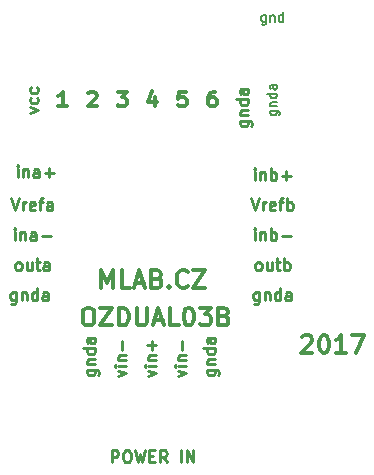
<source format=gbr>
G04 #@! TF.GenerationSoftware,KiCad,Pcbnew,(2017-02-05 revision 431abcf)-makepkg*
G04 #@! TF.CreationDate,2017-05-10T12:01:26+02:00*
G04 #@! TF.ProjectId,OZDUAL03B,4F5A4455414C3033422E6B696361645F,rev?*
G04 #@! TF.FileFunction,Legend,Top*
G04 #@! TF.FilePolarity,Positive*
%FSLAX46Y46*%
G04 Gerber Fmt 4.6, Leading zero omitted, Abs format (unit mm)*
G04 Created by KiCad (PCBNEW (2017-02-05 revision 431abcf)-makepkg) date 05/10/17 12:01:26*
%MOMM*%
%LPD*%
G01*
G04 APERTURE LIST*
%ADD10C,0.100000*%
%ADD11C,0.300000*%
%ADD12C,0.250000*%
%ADD13C,0.175000*%
G04 APERTURE END LIST*
D10*
D11*
X159988571Y-108541428D02*
X160060000Y-108470000D01*
X160202857Y-108398571D01*
X160560000Y-108398571D01*
X160702857Y-108470000D01*
X160774285Y-108541428D01*
X160845714Y-108684285D01*
X160845714Y-108827142D01*
X160774285Y-109041428D01*
X159917142Y-109898571D01*
X160845714Y-109898571D01*
X161774285Y-108398571D02*
X161917142Y-108398571D01*
X162060000Y-108470000D01*
X162131428Y-108541428D01*
X162202857Y-108684285D01*
X162274285Y-108970000D01*
X162274285Y-109327142D01*
X162202857Y-109612857D01*
X162131428Y-109755714D01*
X162060000Y-109827142D01*
X161917142Y-109898571D01*
X161774285Y-109898571D01*
X161631428Y-109827142D01*
X161560000Y-109755714D01*
X161488571Y-109612857D01*
X161417142Y-109327142D01*
X161417142Y-108970000D01*
X161488571Y-108684285D01*
X161560000Y-108541428D01*
X161631428Y-108470000D01*
X161774285Y-108398571D01*
X163702857Y-109898571D02*
X162845714Y-109898571D01*
X163274285Y-109898571D02*
X163274285Y-108398571D01*
X163131428Y-108612857D01*
X162988571Y-108755714D01*
X162845714Y-108827142D01*
X164202857Y-108398571D02*
X165202857Y-108398571D01*
X164560000Y-109898571D01*
X140042857Y-89012857D02*
X139357142Y-89012857D01*
X139700000Y-89012857D02*
X139700000Y-87812857D01*
X139585714Y-87984285D01*
X139471428Y-88098571D01*
X139357142Y-88155714D01*
X142998571Y-104388571D02*
X142998571Y-102888571D01*
X143498571Y-103960000D01*
X143998571Y-102888571D01*
X143998571Y-104388571D01*
X145427142Y-104388571D02*
X144712857Y-104388571D01*
X144712857Y-102888571D01*
X145855714Y-103960000D02*
X146570000Y-103960000D01*
X145712857Y-104388571D02*
X146212857Y-102888571D01*
X146712857Y-104388571D01*
X147712857Y-103602857D02*
X147927142Y-103674285D01*
X147998571Y-103745714D01*
X148070000Y-103888571D01*
X148070000Y-104102857D01*
X147998571Y-104245714D01*
X147927142Y-104317142D01*
X147784285Y-104388571D01*
X147212857Y-104388571D01*
X147212857Y-102888571D01*
X147712857Y-102888571D01*
X147855714Y-102960000D01*
X147927142Y-103031428D01*
X147998571Y-103174285D01*
X147998571Y-103317142D01*
X147927142Y-103460000D01*
X147855714Y-103531428D01*
X147712857Y-103602857D01*
X147212857Y-103602857D01*
X148712857Y-104245714D02*
X148784285Y-104317142D01*
X148712857Y-104388571D01*
X148641428Y-104317142D01*
X148712857Y-104245714D01*
X148712857Y-104388571D01*
X150284285Y-104245714D02*
X150212857Y-104317142D01*
X149998571Y-104388571D01*
X149855714Y-104388571D01*
X149641428Y-104317142D01*
X149498571Y-104174285D01*
X149427142Y-104031428D01*
X149355714Y-103745714D01*
X149355714Y-103531428D01*
X149427142Y-103245714D01*
X149498571Y-103102857D01*
X149641428Y-102960000D01*
X149855714Y-102888571D01*
X149998571Y-102888571D01*
X150212857Y-102960000D01*
X150284285Y-103031428D01*
X150784285Y-102888571D02*
X151784285Y-102888571D01*
X150784285Y-104388571D01*
X151784285Y-104388571D01*
X152628571Y-87812857D02*
X152400000Y-87812857D01*
X152285714Y-87870000D01*
X152228571Y-87927142D01*
X152114285Y-88098571D01*
X152057142Y-88327142D01*
X152057142Y-88784285D01*
X152114285Y-88898571D01*
X152171428Y-88955714D01*
X152285714Y-89012857D01*
X152514285Y-89012857D01*
X152628571Y-88955714D01*
X152685714Y-88898571D01*
X152742857Y-88784285D01*
X152742857Y-88498571D01*
X152685714Y-88384285D01*
X152628571Y-88327142D01*
X152514285Y-88270000D01*
X152285714Y-88270000D01*
X152171428Y-88327142D01*
X152114285Y-88384285D01*
X152057142Y-88498571D01*
X150145714Y-87812857D02*
X149574285Y-87812857D01*
X149517142Y-88384285D01*
X149574285Y-88327142D01*
X149688571Y-88270000D01*
X149974285Y-88270000D01*
X150088571Y-88327142D01*
X150145714Y-88384285D01*
X150202857Y-88498571D01*
X150202857Y-88784285D01*
X150145714Y-88898571D01*
X150088571Y-88955714D01*
X149974285Y-89012857D01*
X149688571Y-89012857D01*
X149574285Y-88955714D01*
X149517142Y-88898571D01*
X147548571Y-88212857D02*
X147548571Y-89012857D01*
X147262857Y-87755714D02*
X146977142Y-88612857D01*
X147720000Y-88612857D01*
X144380000Y-87812857D02*
X145122857Y-87812857D01*
X144722857Y-88270000D01*
X144894285Y-88270000D01*
X145008571Y-88327142D01*
X145065714Y-88384285D01*
X145122857Y-88498571D01*
X145122857Y-88784285D01*
X145065714Y-88898571D01*
X145008571Y-88955714D01*
X144894285Y-89012857D01*
X144551428Y-89012857D01*
X144437142Y-88955714D01*
X144380000Y-88898571D01*
X141897142Y-87927142D02*
X141954285Y-87870000D01*
X142068571Y-87812857D01*
X142354285Y-87812857D01*
X142468571Y-87870000D01*
X142525714Y-87927142D01*
X142582857Y-88041428D01*
X142582857Y-88155714D01*
X142525714Y-88327142D01*
X141840000Y-89012857D01*
X142582857Y-89012857D01*
D12*
X143867619Y-119148380D02*
X143867619Y-118148380D01*
X144248571Y-118148380D01*
X144343809Y-118196000D01*
X144391428Y-118243619D01*
X144439047Y-118338857D01*
X144439047Y-118481714D01*
X144391428Y-118576952D01*
X144343809Y-118624571D01*
X144248571Y-118672190D01*
X143867619Y-118672190D01*
X145058095Y-118148380D02*
X145248571Y-118148380D01*
X145343809Y-118196000D01*
X145439047Y-118291238D01*
X145486666Y-118481714D01*
X145486666Y-118815047D01*
X145439047Y-119005523D01*
X145343809Y-119100761D01*
X145248571Y-119148380D01*
X145058095Y-119148380D01*
X144962857Y-119100761D01*
X144867619Y-119005523D01*
X144820000Y-118815047D01*
X144820000Y-118481714D01*
X144867619Y-118291238D01*
X144962857Y-118196000D01*
X145058095Y-118148380D01*
X145820000Y-118148380D02*
X146058095Y-119148380D01*
X146248571Y-118434095D01*
X146439047Y-119148380D01*
X146677142Y-118148380D01*
X147058095Y-118624571D02*
X147391428Y-118624571D01*
X147534285Y-119148380D02*
X147058095Y-119148380D01*
X147058095Y-118148380D01*
X147534285Y-118148380D01*
X148534285Y-119148380D02*
X148200952Y-118672190D01*
X147962857Y-119148380D02*
X147962857Y-118148380D01*
X148343809Y-118148380D01*
X148439047Y-118196000D01*
X148486666Y-118243619D01*
X148534285Y-118338857D01*
X148534285Y-118481714D01*
X148486666Y-118576952D01*
X148439047Y-118624571D01*
X148343809Y-118672190D01*
X147962857Y-118672190D01*
X149724761Y-119148380D02*
X149724761Y-118148380D01*
X150200952Y-119148380D02*
X150200952Y-118148380D01*
X150772380Y-119148380D01*
X150772380Y-118148380D01*
X151931714Y-111329857D02*
X152741238Y-111329857D01*
X152836476Y-111377476D01*
X152884095Y-111425095D01*
X152931714Y-111520333D01*
X152931714Y-111663190D01*
X152884095Y-111758428D01*
X152550761Y-111329857D02*
X152598380Y-111425095D01*
X152598380Y-111615571D01*
X152550761Y-111710809D01*
X152503142Y-111758428D01*
X152407904Y-111806047D01*
X152122190Y-111806047D01*
X152026952Y-111758428D01*
X151979333Y-111710809D01*
X151931714Y-111615571D01*
X151931714Y-111425095D01*
X151979333Y-111329857D01*
X151931714Y-110853666D02*
X152598380Y-110853666D01*
X152026952Y-110853666D02*
X151979333Y-110806047D01*
X151931714Y-110710809D01*
X151931714Y-110567952D01*
X151979333Y-110472714D01*
X152074571Y-110425095D01*
X152598380Y-110425095D01*
X152598380Y-109520333D02*
X151598380Y-109520333D01*
X152550761Y-109520333D02*
X152598380Y-109615571D01*
X152598380Y-109806047D01*
X152550761Y-109901285D01*
X152503142Y-109948904D01*
X152407904Y-109996523D01*
X152122190Y-109996523D01*
X152026952Y-109948904D01*
X151979333Y-109901285D01*
X151931714Y-109806047D01*
X151931714Y-109615571D01*
X151979333Y-109520333D01*
X152598380Y-108615571D02*
X152074571Y-108615571D01*
X151979333Y-108663190D01*
X151931714Y-108758428D01*
X151931714Y-108948904D01*
X151979333Y-109044142D01*
X152550761Y-108615571D02*
X152598380Y-108710809D01*
X152598380Y-108948904D01*
X152550761Y-109044142D01*
X152455523Y-109091761D01*
X152360285Y-109091761D01*
X152265047Y-109044142D01*
X152217428Y-108948904D01*
X152217428Y-108710809D01*
X152169809Y-108615571D01*
X149518714Y-111861619D02*
X150185380Y-111623523D01*
X149518714Y-111385428D01*
X150185380Y-111004476D02*
X149518714Y-111004476D01*
X149185380Y-111004476D02*
X149233000Y-111052095D01*
X149280619Y-111004476D01*
X149233000Y-110956857D01*
X149185380Y-111004476D01*
X149280619Y-111004476D01*
X149518714Y-110528285D02*
X150185380Y-110528285D01*
X149613952Y-110528285D02*
X149566333Y-110480666D01*
X149518714Y-110385428D01*
X149518714Y-110242571D01*
X149566333Y-110147333D01*
X149661571Y-110099714D01*
X150185380Y-110099714D01*
X149804428Y-109623523D02*
X149804428Y-108861619D01*
X146978714Y-111861619D02*
X147645380Y-111623523D01*
X146978714Y-111385428D01*
X147645380Y-111004476D02*
X146978714Y-111004476D01*
X146645380Y-111004476D02*
X146693000Y-111052095D01*
X146740619Y-111004476D01*
X146693000Y-110956857D01*
X146645380Y-111004476D01*
X146740619Y-111004476D01*
X146978714Y-110528285D02*
X147645380Y-110528285D01*
X147073952Y-110528285D02*
X147026333Y-110480666D01*
X146978714Y-110385428D01*
X146978714Y-110242571D01*
X147026333Y-110147333D01*
X147121571Y-110099714D01*
X147645380Y-110099714D01*
X147264428Y-109623523D02*
X147264428Y-108861619D01*
X147645380Y-109242571D02*
X146883476Y-109242571D01*
X144438714Y-111861619D02*
X145105380Y-111623523D01*
X144438714Y-111385428D01*
X145105380Y-111004476D02*
X144438714Y-111004476D01*
X144105380Y-111004476D02*
X144153000Y-111052095D01*
X144200619Y-111004476D01*
X144153000Y-110956857D01*
X144105380Y-111004476D01*
X144200619Y-111004476D01*
X144438714Y-110528285D02*
X145105380Y-110528285D01*
X144533952Y-110528285D02*
X144486333Y-110480666D01*
X144438714Y-110385428D01*
X144438714Y-110242571D01*
X144486333Y-110147333D01*
X144581571Y-110099714D01*
X145105380Y-110099714D01*
X144724428Y-109623523D02*
X144724428Y-108861619D01*
X141771714Y-111329857D02*
X142581238Y-111329857D01*
X142676476Y-111377476D01*
X142724095Y-111425095D01*
X142771714Y-111520333D01*
X142771714Y-111663190D01*
X142724095Y-111758428D01*
X142390761Y-111329857D02*
X142438380Y-111425095D01*
X142438380Y-111615571D01*
X142390761Y-111710809D01*
X142343142Y-111758428D01*
X142247904Y-111806047D01*
X141962190Y-111806047D01*
X141866952Y-111758428D01*
X141819333Y-111710809D01*
X141771714Y-111615571D01*
X141771714Y-111425095D01*
X141819333Y-111329857D01*
X141771714Y-110853666D02*
X142438380Y-110853666D01*
X141866952Y-110853666D02*
X141819333Y-110806047D01*
X141771714Y-110710809D01*
X141771714Y-110567952D01*
X141819333Y-110472714D01*
X141914571Y-110425095D01*
X142438380Y-110425095D01*
X142438380Y-109520333D02*
X141438380Y-109520333D01*
X142390761Y-109520333D02*
X142438380Y-109615571D01*
X142438380Y-109806047D01*
X142390761Y-109901285D01*
X142343142Y-109948904D01*
X142247904Y-109996523D01*
X141962190Y-109996523D01*
X141866952Y-109948904D01*
X141819333Y-109901285D01*
X141771714Y-109806047D01*
X141771714Y-109615571D01*
X141819333Y-109520333D01*
X142438380Y-108615571D02*
X141914571Y-108615571D01*
X141819333Y-108663190D01*
X141771714Y-108758428D01*
X141771714Y-108948904D01*
X141819333Y-109044142D01*
X142390761Y-108615571D02*
X142438380Y-108710809D01*
X142438380Y-108948904D01*
X142390761Y-109044142D01*
X142295523Y-109091761D01*
X142200285Y-109091761D01*
X142105047Y-109044142D01*
X142057428Y-108948904D01*
X142057428Y-108710809D01*
X142009809Y-108615571D01*
D13*
X156927619Y-81313571D02*
X156927619Y-81961190D01*
X156889523Y-82037380D01*
X156851428Y-82075476D01*
X156775238Y-82113571D01*
X156660952Y-82113571D01*
X156584761Y-82075476D01*
X156927619Y-81808809D02*
X156851428Y-81846904D01*
X156699047Y-81846904D01*
X156622857Y-81808809D01*
X156584761Y-81770714D01*
X156546666Y-81694523D01*
X156546666Y-81465952D01*
X156584761Y-81389761D01*
X156622857Y-81351666D01*
X156699047Y-81313571D01*
X156851428Y-81313571D01*
X156927619Y-81351666D01*
X157308571Y-81313571D02*
X157308571Y-81846904D01*
X157308571Y-81389761D02*
X157346666Y-81351666D01*
X157422857Y-81313571D01*
X157537142Y-81313571D01*
X157613333Y-81351666D01*
X157651428Y-81427857D01*
X157651428Y-81846904D01*
X158375238Y-81846904D02*
X158375238Y-81046904D01*
X158375238Y-81808809D02*
X158299047Y-81846904D01*
X158146666Y-81846904D01*
X158070476Y-81808809D01*
X158032380Y-81770714D01*
X157994285Y-81694523D01*
X157994285Y-81465952D01*
X158032380Y-81389761D01*
X158070476Y-81351666D01*
X158146666Y-81313571D01*
X158299047Y-81313571D01*
X158375238Y-81351666D01*
X157308571Y-89384285D02*
X157956190Y-89384285D01*
X158032380Y-89422380D01*
X158070476Y-89460476D01*
X158108571Y-89536666D01*
X158108571Y-89650952D01*
X158070476Y-89727142D01*
X157803809Y-89384285D02*
X157841904Y-89460476D01*
X157841904Y-89612857D01*
X157803809Y-89689047D01*
X157765714Y-89727142D01*
X157689523Y-89765238D01*
X157460952Y-89765238D01*
X157384761Y-89727142D01*
X157346666Y-89689047D01*
X157308571Y-89612857D01*
X157308571Y-89460476D01*
X157346666Y-89384285D01*
X157308571Y-89003333D02*
X157841904Y-89003333D01*
X157384761Y-89003333D02*
X157346666Y-88965238D01*
X157308571Y-88889047D01*
X157308571Y-88774761D01*
X157346666Y-88698571D01*
X157422857Y-88660476D01*
X157841904Y-88660476D01*
X157841904Y-87936666D02*
X157041904Y-87936666D01*
X157803809Y-87936666D02*
X157841904Y-88012857D01*
X157841904Y-88165238D01*
X157803809Y-88241428D01*
X157765714Y-88279523D01*
X157689523Y-88317619D01*
X157460952Y-88317619D01*
X157384761Y-88279523D01*
X157346666Y-88241428D01*
X157308571Y-88165238D01*
X157308571Y-88012857D01*
X157346666Y-87936666D01*
X157841904Y-87212857D02*
X157422857Y-87212857D01*
X157346666Y-87250952D01*
X157308571Y-87327142D01*
X157308571Y-87479523D01*
X157346666Y-87555714D01*
X157803809Y-87212857D02*
X157841904Y-87289047D01*
X157841904Y-87479523D01*
X157803809Y-87555714D01*
X157727619Y-87593809D01*
X157651428Y-87593809D01*
X157575238Y-87555714D01*
X157537142Y-87479523D01*
X157537142Y-87289047D01*
X157499047Y-87212857D01*
D11*
X141752571Y-106063571D02*
X142038285Y-106063571D01*
X142181142Y-106135000D01*
X142324000Y-106277857D01*
X142395428Y-106563571D01*
X142395428Y-107063571D01*
X142324000Y-107349285D01*
X142181142Y-107492142D01*
X142038285Y-107563571D01*
X141752571Y-107563571D01*
X141609714Y-107492142D01*
X141466857Y-107349285D01*
X141395428Y-107063571D01*
X141395428Y-106563571D01*
X141466857Y-106277857D01*
X141609714Y-106135000D01*
X141752571Y-106063571D01*
X142895428Y-106063571D02*
X143895428Y-106063571D01*
X142895428Y-107563571D01*
X143895428Y-107563571D01*
X144466857Y-107563571D02*
X144466857Y-106063571D01*
X144824000Y-106063571D01*
X145038285Y-106135000D01*
X145181142Y-106277857D01*
X145252571Y-106420714D01*
X145324000Y-106706428D01*
X145324000Y-106920714D01*
X145252571Y-107206428D01*
X145181142Y-107349285D01*
X145038285Y-107492142D01*
X144824000Y-107563571D01*
X144466857Y-107563571D01*
X145966857Y-106063571D02*
X145966857Y-107277857D01*
X146038285Y-107420714D01*
X146109714Y-107492142D01*
X146252571Y-107563571D01*
X146538285Y-107563571D01*
X146681142Y-107492142D01*
X146752571Y-107420714D01*
X146824000Y-107277857D01*
X146824000Y-106063571D01*
X147466857Y-107135000D02*
X148181142Y-107135000D01*
X147324000Y-107563571D02*
X147824000Y-106063571D01*
X148324000Y-107563571D01*
X149538285Y-107563571D02*
X148824000Y-107563571D01*
X148824000Y-106063571D01*
X150324000Y-106063571D02*
X150466857Y-106063571D01*
X150609714Y-106135000D01*
X150681142Y-106206428D01*
X150752571Y-106349285D01*
X150824000Y-106635000D01*
X150824000Y-106992142D01*
X150752571Y-107277857D01*
X150681142Y-107420714D01*
X150609714Y-107492142D01*
X150466857Y-107563571D01*
X150324000Y-107563571D01*
X150181142Y-107492142D01*
X150109714Y-107420714D01*
X150038285Y-107277857D01*
X149966857Y-106992142D01*
X149966857Y-106635000D01*
X150038285Y-106349285D01*
X150109714Y-106206428D01*
X150181142Y-106135000D01*
X150324000Y-106063571D01*
X151324000Y-106063571D02*
X152252571Y-106063571D01*
X151752571Y-106635000D01*
X151966857Y-106635000D01*
X152109714Y-106706428D01*
X152181142Y-106777857D01*
X152252571Y-106920714D01*
X152252571Y-107277857D01*
X152181142Y-107420714D01*
X152109714Y-107492142D01*
X151966857Y-107563571D01*
X151538285Y-107563571D01*
X151395428Y-107492142D01*
X151324000Y-107420714D01*
X153395428Y-106777857D02*
X153609714Y-106849285D01*
X153681142Y-106920714D01*
X153752571Y-107063571D01*
X153752571Y-107277857D01*
X153681142Y-107420714D01*
X153609714Y-107492142D01*
X153466857Y-107563571D01*
X152895428Y-107563571D01*
X152895428Y-106063571D01*
X153395428Y-106063571D01*
X153538285Y-106135000D01*
X153609714Y-106206428D01*
X153681142Y-106349285D01*
X153681142Y-106492142D01*
X153609714Y-106635000D01*
X153538285Y-106706428D01*
X153395428Y-106777857D01*
X152895428Y-106777857D01*
D12*
X136945714Y-89565238D02*
X137612380Y-89327142D01*
X136945714Y-89089047D01*
X137564761Y-88279523D02*
X137612380Y-88374761D01*
X137612380Y-88565238D01*
X137564761Y-88660476D01*
X137517142Y-88708095D01*
X137421904Y-88755714D01*
X137136190Y-88755714D01*
X137040952Y-88708095D01*
X136993333Y-88660476D01*
X136945714Y-88565238D01*
X136945714Y-88374761D01*
X136993333Y-88279523D01*
X137564761Y-87422380D02*
X137612380Y-87517619D01*
X137612380Y-87708095D01*
X137564761Y-87803333D01*
X137517142Y-87850952D01*
X137421904Y-87898571D01*
X137136190Y-87898571D01*
X137040952Y-87850952D01*
X136993333Y-87803333D01*
X136945714Y-87708095D01*
X136945714Y-87517619D01*
X136993333Y-87422380D01*
X154725714Y-90247857D02*
X155535238Y-90247857D01*
X155630476Y-90295476D01*
X155678095Y-90343095D01*
X155725714Y-90438333D01*
X155725714Y-90581190D01*
X155678095Y-90676428D01*
X155344761Y-90247857D02*
X155392380Y-90343095D01*
X155392380Y-90533571D01*
X155344761Y-90628809D01*
X155297142Y-90676428D01*
X155201904Y-90724047D01*
X154916190Y-90724047D01*
X154820952Y-90676428D01*
X154773333Y-90628809D01*
X154725714Y-90533571D01*
X154725714Y-90343095D01*
X154773333Y-90247857D01*
X154725714Y-89771666D02*
X155392380Y-89771666D01*
X154820952Y-89771666D02*
X154773333Y-89724047D01*
X154725714Y-89628809D01*
X154725714Y-89485952D01*
X154773333Y-89390714D01*
X154868571Y-89343095D01*
X155392380Y-89343095D01*
X155392380Y-88438333D02*
X154392380Y-88438333D01*
X155344761Y-88438333D02*
X155392380Y-88533571D01*
X155392380Y-88724047D01*
X155344761Y-88819285D01*
X155297142Y-88866904D01*
X155201904Y-88914523D01*
X154916190Y-88914523D01*
X154820952Y-88866904D01*
X154773333Y-88819285D01*
X154725714Y-88724047D01*
X154725714Y-88533571D01*
X154773333Y-88438333D01*
X155392380Y-87533571D02*
X154868571Y-87533571D01*
X154773333Y-87581190D01*
X154725714Y-87676428D01*
X154725714Y-87866904D01*
X154773333Y-87962142D01*
X155344761Y-87533571D02*
X155392380Y-87628809D01*
X155392380Y-87866904D01*
X155344761Y-87962142D01*
X155249523Y-88009761D01*
X155154285Y-88009761D01*
X155059047Y-87962142D01*
X155011428Y-87866904D01*
X155011428Y-87628809D01*
X154963809Y-87533571D01*
X155956190Y-95272380D02*
X155956190Y-94605714D01*
X155956190Y-94272380D02*
X155908571Y-94320000D01*
X155956190Y-94367619D01*
X156003809Y-94320000D01*
X155956190Y-94272380D01*
X155956190Y-94367619D01*
X156432380Y-94605714D02*
X156432380Y-95272380D01*
X156432380Y-94700952D02*
X156480000Y-94653333D01*
X156575238Y-94605714D01*
X156718095Y-94605714D01*
X156813333Y-94653333D01*
X156860952Y-94748571D01*
X156860952Y-95272380D01*
X157337142Y-95272380D02*
X157337142Y-94272380D01*
X157337142Y-94653333D02*
X157432380Y-94605714D01*
X157622857Y-94605714D01*
X157718095Y-94653333D01*
X157765714Y-94700952D01*
X157813333Y-94796190D01*
X157813333Y-95081904D01*
X157765714Y-95177142D01*
X157718095Y-95224761D01*
X157622857Y-95272380D01*
X157432380Y-95272380D01*
X157337142Y-95224761D01*
X158241904Y-94891428D02*
X159003809Y-94891428D01*
X158622857Y-95272380D02*
X158622857Y-94510476D01*
X155670476Y-96812380D02*
X156003809Y-97812380D01*
X156337142Y-96812380D01*
X156670476Y-97812380D02*
X156670476Y-97145714D01*
X156670476Y-97336190D02*
X156718095Y-97240952D01*
X156765714Y-97193333D01*
X156860952Y-97145714D01*
X156956190Y-97145714D01*
X157670476Y-97764761D02*
X157575238Y-97812380D01*
X157384761Y-97812380D01*
X157289523Y-97764761D01*
X157241904Y-97669523D01*
X157241904Y-97288571D01*
X157289523Y-97193333D01*
X157384761Y-97145714D01*
X157575238Y-97145714D01*
X157670476Y-97193333D01*
X157718095Y-97288571D01*
X157718095Y-97383809D01*
X157241904Y-97479047D01*
X158003809Y-97145714D02*
X158384761Y-97145714D01*
X158146666Y-97812380D02*
X158146666Y-96955238D01*
X158194285Y-96860000D01*
X158289523Y-96812380D01*
X158384761Y-96812380D01*
X158718095Y-97812380D02*
X158718095Y-96812380D01*
X158718095Y-97193333D02*
X158813333Y-97145714D01*
X159003809Y-97145714D01*
X159099047Y-97193333D01*
X159146666Y-97240952D01*
X159194285Y-97336190D01*
X159194285Y-97621904D01*
X159146666Y-97717142D01*
X159099047Y-97764761D01*
X159003809Y-97812380D01*
X158813333Y-97812380D01*
X158718095Y-97764761D01*
X155956190Y-100352380D02*
X155956190Y-99685714D01*
X155956190Y-99352380D02*
X155908571Y-99400000D01*
X155956190Y-99447619D01*
X156003809Y-99400000D01*
X155956190Y-99352380D01*
X155956190Y-99447619D01*
X156432380Y-99685714D02*
X156432380Y-100352380D01*
X156432380Y-99780952D02*
X156480000Y-99733333D01*
X156575238Y-99685714D01*
X156718095Y-99685714D01*
X156813333Y-99733333D01*
X156860952Y-99828571D01*
X156860952Y-100352380D01*
X157337142Y-100352380D02*
X157337142Y-99352380D01*
X157337142Y-99733333D02*
X157432380Y-99685714D01*
X157622857Y-99685714D01*
X157718095Y-99733333D01*
X157765714Y-99780952D01*
X157813333Y-99876190D01*
X157813333Y-100161904D01*
X157765714Y-100257142D01*
X157718095Y-100304761D01*
X157622857Y-100352380D01*
X157432380Y-100352380D01*
X157337142Y-100304761D01*
X158241904Y-99971428D02*
X159003809Y-99971428D01*
X156218095Y-102892380D02*
X156122857Y-102844761D01*
X156075238Y-102797142D01*
X156027619Y-102701904D01*
X156027619Y-102416190D01*
X156075238Y-102320952D01*
X156122857Y-102273333D01*
X156218095Y-102225714D01*
X156360952Y-102225714D01*
X156456190Y-102273333D01*
X156503809Y-102320952D01*
X156551428Y-102416190D01*
X156551428Y-102701904D01*
X156503809Y-102797142D01*
X156456190Y-102844761D01*
X156360952Y-102892380D01*
X156218095Y-102892380D01*
X157408571Y-102225714D02*
X157408571Y-102892380D01*
X156980000Y-102225714D02*
X156980000Y-102749523D01*
X157027619Y-102844761D01*
X157122857Y-102892380D01*
X157265714Y-102892380D01*
X157360952Y-102844761D01*
X157408571Y-102797142D01*
X157741904Y-102225714D02*
X158122857Y-102225714D01*
X157884761Y-101892380D02*
X157884761Y-102749523D01*
X157932380Y-102844761D01*
X158027619Y-102892380D01*
X158122857Y-102892380D01*
X158456190Y-102892380D02*
X158456190Y-101892380D01*
X158456190Y-102273333D02*
X158551428Y-102225714D01*
X158741904Y-102225714D01*
X158837142Y-102273333D01*
X158884761Y-102320952D01*
X158932380Y-102416190D01*
X158932380Y-102701904D01*
X158884761Y-102797142D01*
X158837142Y-102844761D01*
X158741904Y-102892380D01*
X158551428Y-102892380D01*
X158456190Y-102844761D01*
X156337142Y-104765714D02*
X156337142Y-105575238D01*
X156289523Y-105670476D01*
X156241904Y-105718095D01*
X156146666Y-105765714D01*
X156003809Y-105765714D01*
X155908571Y-105718095D01*
X156337142Y-105384761D02*
X156241904Y-105432380D01*
X156051428Y-105432380D01*
X155956190Y-105384761D01*
X155908571Y-105337142D01*
X155860952Y-105241904D01*
X155860952Y-104956190D01*
X155908571Y-104860952D01*
X155956190Y-104813333D01*
X156051428Y-104765714D01*
X156241904Y-104765714D01*
X156337142Y-104813333D01*
X156813333Y-104765714D02*
X156813333Y-105432380D01*
X156813333Y-104860952D02*
X156860952Y-104813333D01*
X156956190Y-104765714D01*
X157099047Y-104765714D01*
X157194285Y-104813333D01*
X157241904Y-104908571D01*
X157241904Y-105432380D01*
X158146666Y-105432380D02*
X158146666Y-104432380D01*
X158146666Y-105384761D02*
X158051428Y-105432380D01*
X157860952Y-105432380D01*
X157765714Y-105384761D01*
X157718095Y-105337142D01*
X157670476Y-105241904D01*
X157670476Y-104956190D01*
X157718095Y-104860952D01*
X157765714Y-104813333D01*
X157860952Y-104765714D01*
X158051428Y-104765714D01*
X158146666Y-104813333D01*
X159051428Y-105432380D02*
X159051428Y-104908571D01*
X159003809Y-104813333D01*
X158908571Y-104765714D01*
X158718095Y-104765714D01*
X158622857Y-104813333D01*
X159051428Y-105384761D02*
X158956190Y-105432380D01*
X158718095Y-105432380D01*
X158622857Y-105384761D01*
X158575238Y-105289523D01*
X158575238Y-105194285D01*
X158622857Y-105099047D01*
X158718095Y-105051428D01*
X158956190Y-105051428D01*
X159051428Y-105003809D01*
X135890190Y-95018380D02*
X135890190Y-94351714D01*
X135890190Y-94018380D02*
X135842571Y-94066000D01*
X135890190Y-94113619D01*
X135937809Y-94066000D01*
X135890190Y-94018380D01*
X135890190Y-94113619D01*
X136366380Y-94351714D02*
X136366380Y-95018380D01*
X136366380Y-94446952D02*
X136414000Y-94399333D01*
X136509238Y-94351714D01*
X136652095Y-94351714D01*
X136747333Y-94399333D01*
X136794952Y-94494571D01*
X136794952Y-95018380D01*
X137699714Y-95018380D02*
X137699714Y-94494571D01*
X137652095Y-94399333D01*
X137556857Y-94351714D01*
X137366380Y-94351714D01*
X137271142Y-94399333D01*
X137699714Y-94970761D02*
X137604476Y-95018380D01*
X137366380Y-95018380D01*
X137271142Y-94970761D01*
X137223523Y-94875523D01*
X137223523Y-94780285D01*
X137271142Y-94685047D01*
X137366380Y-94637428D01*
X137604476Y-94637428D01*
X137699714Y-94589809D01*
X138175904Y-94637428D02*
X138937809Y-94637428D01*
X138556857Y-95018380D02*
X138556857Y-94256476D01*
X135350476Y-96812380D02*
X135683809Y-97812380D01*
X136017142Y-96812380D01*
X136350476Y-97812380D02*
X136350476Y-97145714D01*
X136350476Y-97336190D02*
X136398095Y-97240952D01*
X136445714Y-97193333D01*
X136540952Y-97145714D01*
X136636190Y-97145714D01*
X137350476Y-97764761D02*
X137255238Y-97812380D01*
X137064761Y-97812380D01*
X136969523Y-97764761D01*
X136921904Y-97669523D01*
X136921904Y-97288571D01*
X136969523Y-97193333D01*
X137064761Y-97145714D01*
X137255238Y-97145714D01*
X137350476Y-97193333D01*
X137398095Y-97288571D01*
X137398095Y-97383809D01*
X136921904Y-97479047D01*
X137683809Y-97145714D02*
X138064761Y-97145714D01*
X137826666Y-97812380D02*
X137826666Y-96955238D01*
X137874285Y-96860000D01*
X137969523Y-96812380D01*
X138064761Y-96812380D01*
X138826666Y-97812380D02*
X138826666Y-97288571D01*
X138779047Y-97193333D01*
X138683809Y-97145714D01*
X138493333Y-97145714D01*
X138398095Y-97193333D01*
X138826666Y-97764761D02*
X138731428Y-97812380D01*
X138493333Y-97812380D01*
X138398095Y-97764761D01*
X138350476Y-97669523D01*
X138350476Y-97574285D01*
X138398095Y-97479047D01*
X138493333Y-97431428D01*
X138731428Y-97431428D01*
X138826666Y-97383809D01*
X135636190Y-100352380D02*
X135636190Y-99685714D01*
X135636190Y-99352380D02*
X135588571Y-99400000D01*
X135636190Y-99447619D01*
X135683809Y-99400000D01*
X135636190Y-99352380D01*
X135636190Y-99447619D01*
X136112380Y-99685714D02*
X136112380Y-100352380D01*
X136112380Y-99780952D02*
X136160000Y-99733333D01*
X136255238Y-99685714D01*
X136398095Y-99685714D01*
X136493333Y-99733333D01*
X136540952Y-99828571D01*
X136540952Y-100352380D01*
X137445714Y-100352380D02*
X137445714Y-99828571D01*
X137398095Y-99733333D01*
X137302857Y-99685714D01*
X137112380Y-99685714D01*
X137017142Y-99733333D01*
X137445714Y-100304761D02*
X137350476Y-100352380D01*
X137112380Y-100352380D01*
X137017142Y-100304761D01*
X136969523Y-100209523D01*
X136969523Y-100114285D01*
X137017142Y-100019047D01*
X137112380Y-99971428D01*
X137350476Y-99971428D01*
X137445714Y-99923809D01*
X137921904Y-99971428D02*
X138683809Y-99971428D01*
X135898095Y-102892380D02*
X135802857Y-102844761D01*
X135755238Y-102797142D01*
X135707619Y-102701904D01*
X135707619Y-102416190D01*
X135755238Y-102320952D01*
X135802857Y-102273333D01*
X135898095Y-102225714D01*
X136040952Y-102225714D01*
X136136190Y-102273333D01*
X136183809Y-102320952D01*
X136231428Y-102416190D01*
X136231428Y-102701904D01*
X136183809Y-102797142D01*
X136136190Y-102844761D01*
X136040952Y-102892380D01*
X135898095Y-102892380D01*
X137088571Y-102225714D02*
X137088571Y-102892380D01*
X136660000Y-102225714D02*
X136660000Y-102749523D01*
X136707619Y-102844761D01*
X136802857Y-102892380D01*
X136945714Y-102892380D01*
X137040952Y-102844761D01*
X137088571Y-102797142D01*
X137421904Y-102225714D02*
X137802857Y-102225714D01*
X137564761Y-101892380D02*
X137564761Y-102749523D01*
X137612380Y-102844761D01*
X137707619Y-102892380D01*
X137802857Y-102892380D01*
X138564761Y-102892380D02*
X138564761Y-102368571D01*
X138517142Y-102273333D01*
X138421904Y-102225714D01*
X138231428Y-102225714D01*
X138136190Y-102273333D01*
X138564761Y-102844761D02*
X138469523Y-102892380D01*
X138231428Y-102892380D01*
X138136190Y-102844761D01*
X138088571Y-102749523D01*
X138088571Y-102654285D01*
X138136190Y-102559047D01*
X138231428Y-102511428D01*
X138469523Y-102511428D01*
X138564761Y-102463809D01*
X135763142Y-104765714D02*
X135763142Y-105575238D01*
X135715523Y-105670476D01*
X135667904Y-105718095D01*
X135572666Y-105765714D01*
X135429809Y-105765714D01*
X135334571Y-105718095D01*
X135763142Y-105384761D02*
X135667904Y-105432380D01*
X135477428Y-105432380D01*
X135382190Y-105384761D01*
X135334571Y-105337142D01*
X135286952Y-105241904D01*
X135286952Y-104956190D01*
X135334571Y-104860952D01*
X135382190Y-104813333D01*
X135477428Y-104765714D01*
X135667904Y-104765714D01*
X135763142Y-104813333D01*
X136239333Y-104765714D02*
X136239333Y-105432380D01*
X136239333Y-104860952D02*
X136286952Y-104813333D01*
X136382190Y-104765714D01*
X136525047Y-104765714D01*
X136620285Y-104813333D01*
X136667904Y-104908571D01*
X136667904Y-105432380D01*
X137572666Y-105432380D02*
X137572666Y-104432380D01*
X137572666Y-105384761D02*
X137477428Y-105432380D01*
X137286952Y-105432380D01*
X137191714Y-105384761D01*
X137144095Y-105337142D01*
X137096476Y-105241904D01*
X137096476Y-104956190D01*
X137144095Y-104860952D01*
X137191714Y-104813333D01*
X137286952Y-104765714D01*
X137477428Y-104765714D01*
X137572666Y-104813333D01*
X138477428Y-105432380D02*
X138477428Y-104908571D01*
X138429809Y-104813333D01*
X138334571Y-104765714D01*
X138144095Y-104765714D01*
X138048857Y-104813333D01*
X138477428Y-105384761D02*
X138382190Y-105432380D01*
X138144095Y-105432380D01*
X138048857Y-105384761D01*
X138001238Y-105289523D01*
X138001238Y-105194285D01*
X138048857Y-105099047D01*
X138144095Y-105051428D01*
X138382190Y-105051428D01*
X138477428Y-105003809D01*
M02*

</source>
